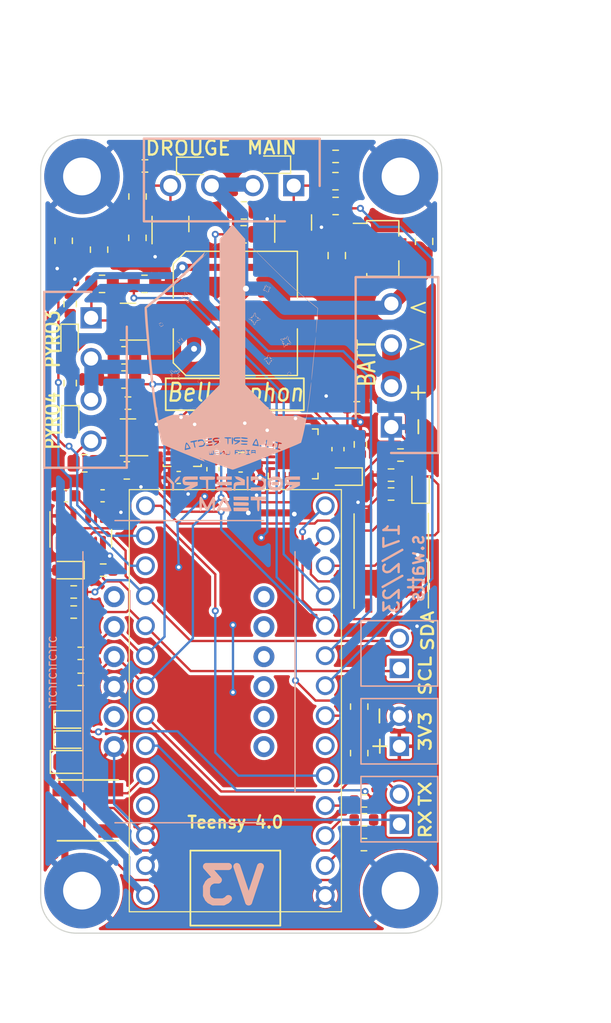
<source format=kicad_pcb>
(kicad_pcb (version 20211014) (generator pcbnew)
  (layers (0 "F.Cu" mixed) (31 "B.Cu" signal) (34 "B.Paste" user) (35 "F.Paste" user) (36 "B.SilkS" user "B.Silkscreen") (37 "F.SilkS" user "F.Silkscreen") (38 "B.Mask" user) (39 "F.Mask" user) (44 "Edge.Cuts" user))
  (net 0 "")
  (net 1 "GND")
  (net 2 "+5V")
  (net 3 "+3.3V")
  (net 4 "/CS")
  (net 5 "/MOSI")
  (net 6 "/SCK")
  (net 7 "Net-(J5-Pad1)")
  (net 8 "Net-(J5-Pad4)")
  (net 9 "/MISO")
  (net 10 "/BZR")
  (net 11 "BATT+")
  (net 12 "Net-(J6-Pad1)")
  (net 13 "Net-(J6-Pad4)")
  (net 14 "/CAP1")
  (net 15 "/RGB_BLU")
  (net 16 "/RGB_GRN")
  (net 17 "/RGB_RED")
  (net 18 "/PYRO_DROUGE")
  (net 19 "/DROUGE_TEST")
  (net 20 "/PYRO_MAIN")
  (net 21 "/MAIN_TEST")
  (net 22 "Net-(Q2-Pad1)")
  (net 23 "Net-(Q3-Pad1)")
  (net 24 "Net-(Q4-Pad1)")
  (net 25 "/RX1")
  (net 26 "/TX1")
  (net 27 "Net-(Q1-Pad1)")
  (net 33 "/PYRO_3")
  (net 34 "/PYRO_4")
  (net 35 "/PYRO_3_TEST")
  (net 36 "/PYRO_4_TEST")
  (net 38 "SCL1")
  (net 39 "SDA1")
  (net 54 "Net-(D4-Pad1)")
  (net 55 "Net-(D4-Pad2)")
  (net 56 "Net-(D5-Pad1)")
  (net 57 "Net-(D1-Pad2)")
  (net 58 "Net-(D7-Pad1)")
  (net 59 "/batt_in")
  (net 60 "Net-(D9-Pad2)")
  (net 61 "Net-(R5-Pad2)")
  (net 62 "Net-(R24-Pad2)")
  (net 63 "Net-(D3-Pad2)")
  (net 64 "Net-(D2-Pad2)")
  (net 65 "Net-(D9-Pad1)")
  (net 66 "Net-(D6-Pad1)")
  (net 67 "Net-(D6-Pad2)")
  (net 68 "Net-(D8-Pad1)")
  (net 69 "Net-(D8-Pad2)")
  (net 70 "Net-(D10-Pad1)")
  (net 71 "Net-(D10-Pad2)")
  (net 72 "Net-(D11-Pad1)")
  (net 73 "SDA0")
  (net 74 "SCL0")
  (net 75 "Net-(D11-Pad2)")
  (footprint "Capacitor_SMD:C_0805_2012Metric" (layer "F.Cu") (at 236 80.4 -90)
    (fp_text reference "C2" hide)
    (fp_text value "1µF")
  )
  (footprint "MountingHole:MountingHole_3.2mm_M3_Pad" (layer "F.Cu") (at 234 135.4)
    (fp_text reference "H4" hide)
    (fp_text value "MountingHole_Pad" hide)
  )
  (footprint "MountingHole:MountingHole_3.2mm_M3_Pad" (layer "F.Cu") (at 234 74.900001)
    (fp_text reference "H1" hide)
    (fp_text value "MountingHole_Pad" hide)
  )
  (footprint "LED_SMD:LED_0603_1608Metric" (layer "F.Cu") (at 229.275 100.325 180)
    (fp_text reference "D9" hide)
    (fp_text value "G_LED")
  )
  (footprint "Capacitor_SMD:C_0603_1608Metric" (layer "F.Cu") (at 228.7 98 90)
    (fp_text reference "C9" hide)
    (fp_text value "100nF")
  )
  (footprint "Resistor_SMD:R_0603_1608Metric" (layer "F.Cu") (at 206.9 117.5)
    (fp_text reference "R8" hide)
    (fp_text value "10k")
  )
  (footprint "Resistor_SMD:R_0805_2012Metric" (layer "F.Cu") (at 210.6 92.1)
    (fp_text reference "R27" hide)
    (fp_text value "470")
  )
  (footprint "Resistor_SMD:R_0603_1608Metric" (layer "F.Cu") (at 230.9 129.4 180)
    (fp_text reference "R2" hide)
    (fp_text value "22")
  )
  (footprint "Capacitor_SMD:C_0805_2012Metric" (layer "F.Cu") (at 228.6 81.6 -90)
    (fp_text reference "C3" hide)
    (fp_text value "1µF")
  )
  (footprint "Package_LGA:NXP_LGA-8_3x5mm_P1.25mm_H1.1mm" (layer "F.Cu") (at 206.9 104.8 -90)
    (fp_text reference "U3" hide)
    (fp_text value "MPL3115A2")
  )
  (footprint "Resistor_SMD:R_0603_1608Metric" (layer "F.Cu") (at 230.9 127.8 180)
    (fp_text reference "R3" hide)
    (fp_text value "15")
  )
  (footprint "Resistor_SMD:R_0603_1608Metric" (layer "F.Cu") (at 206.3 110.1 180)
    (fp_text reference "R10" hide)
    (fp_text value "4.7k")
  )
  (footprint "Resistor_SMD:R_0603_1608Metric" (layer "F.Cu") (at 206.9 115.3)
    (fp_text reference "R7" hide)
    (fp_text value "10k")
  )
  (footprint "LED_SMD:LED_0603_1608Metric" (layer "F.Cu") (at 205.7 108.25 180)
    (fp_text reference "D5" hide)
    (fp_text value "G_LED")
  )
  (footprint "Resistor_SMD:R_0805_2012Metric" (layer "F.Cu") (at 211.7 80.1 90)
    (fp_text reference "R19" hide)
    (fp_text value "470")
  )
  (footprint "LED_SMD:LED_0603_1608Metric" (layer "F.Cu") (at 235.7 101.1 90)
    (fp_text reference "D7" hide)
    (fp_text value "G_LED")
  )
  (footprint "LED_SMD:LED_0603_1608Metric" (layer "F.Cu") (at 206.1 120.9)
    (fp_text reference "D3" hide)
    (fp_text value "B_LED")
  )
  (footprint "Resistor_SMD:R_0805_2012Metric" (layer "F.Cu") (at 205.45 80.35 -90)
    (fp_text reference "R25" hide)
    (fp_text value "49.9k")
  )
  (footprint "Resistor_SMD:R_0603_1608Metric" (layer "F.Cu") (at 220.7 97.2)
    (fp_text reference "R6" hide)
    (fp_text value "22")
  )
  (footprint "Resistor_SMD:R_0603_1608Metric" (layer "F.Cu") (at 233.2 101.8 180)
    (fp_text reference "R22" hide)
    (fp_text value "22")
  )
  (footprint "Resistor_SMD:R_0805_2012Metric" (layer "F.Cu") (at 212.3 84 180)
    (fp_text reference "R28" hide)
    (fp_text value "49.9k")
  )
  (footprint "Resistor_SMD:R_0603_1608Metric" (layer "F.Cu") (at 210.9 94.1)
    (fp_text reference "R5" hide)
    (fp_text value "10k")
  )
  (footprint "Resistor_SMD:R_0603_1608Metric" (layer "F.Cu") (at 230.6 97.6 -90)
    (fp_text reference "R23" hide)
    (fp_text value "10k")
  )
  (footprint "Capacitor_SMD:C_0603_1608Metric" (layer "F.Cu") (at 215.2 100.4 180)
    (fp_text reference "C5" hide)
    (fp_text value "100nF")
  )
  (footprint "Resistor_SMD:R_0805_2012Metric" (layer "F.Cu") (at 207.2 99.2)
    (fp_text reference "R35" hide)
    (fp_text value "100k")
  )
  (footprint "Resistor_SMD:R_0603_1608Metric" (layer "F.Cu") (at 208.8 108.25)
    (fp_text reference "R11" hide)
    (fp_text value "22")
  )
  (footprint "Resistor_SMD:R_0603_1608Metric" (layer "F.Cu") (at 206 85.7 90)
    (fp_text reference "R31" hide)
    (fp_text value "220")
  )
  (footprint "Package_TO_SOT_SMD:SOT-23" (layer "F.Cu") (at 214.5 78.925 90)
    (fp_text reference "Q2" hide)
    (fp_text value "SPP3414S23RG")
  )
  (footprint "Capacitor_SMD:C_0603_1608Metric" (layer "F.Cu") (at 218.1 99.7 -90)
    (fp_text reference "C4" hide)
    (fp_text value "100nF")
  )
  (footprint "Resistor_SMD:R_0805_2012Metric" (layer "F.Cu") (at 208.7 84 180)
    (fp_text reference "R30" hide)
    (fp_text value "100k")
  )
  (footprint "Buzzer:YUEXIN YX-SMD5020" (layer "F.Cu") (at 207.7 134.6 180)
    (fp_text reference "BZ1" hide)
    (fp_text value "Buzzer")
  )
  (footprint "LED_SMD:LED_0603_1608Metric" (layer "F.Cu") (at 206 95.8 -90)
    (fp_text reference "D11" hide)
    (fp_text value "G_LED")
  )
  (footprint "Resistor_SMD:R_0805_2012Metric" (layer "F.Cu") (at 230.5 119.8125 90)
    (fp_text reference "R33" hide)
    (fp_text value "470")
  )
  (footprint "Resistor_SMD:R_0603_1608Metric" (layer "F.Cu") (at 230.9 131.5 180)
    (fp_text reference "R1" hide)
    (fp_text value "49.9")
  )
  (footprint "Resistor_SMD:R_0805_2012Metric" (layer "F.Cu") (at 210.8 99.8)
    (fp_text reference "R36" hide)
    (fp_text value "49.9k")
  )
  (footprint "Resistor_SMD:R_0603_1608Metric" (layer "F.Cu") (at 230.3 94.5 180)
    (fp_text reference "R24" hide)
    (fp_text value "10k")
  )
  (footprint "Package_TO_SOT_SMD:SOT-23" (layer "F.Cu") (at 210.9 87.2 180)
    (fp_text reference "Q3" hide)
    (fp_text value "SPP3414S23RG")
  )
  (footprint "Resistor_SMD:R_0603_1608Metric" (layer "F.Cu") (at 228.5 73.2)
    (fp_text reference "R16" hide)
    (fp_text value "220")
  )
  (footprint "Resistor_SMD:R_0805_2012Metric" (layer "F.Cu") (at 230.5 123.75 90)
    (fp_text reference "R32" hide)
    (fp_text value "470")
  )
  (footprint "Capacitor_SMD:C_Elec_10x10.2" (layer "F.Cu") (at 220 86.5)
    (fp_text reference "C1" hide)
    (fp_text value "1000uF")
  )
  (footprint "Resistor_SMD:R_0805_2012Metric" (layer "F.Cu") (at 211.71 76.6 -90)
    (fp_text reference "R21" hide)
    (fp_text value "100k")
  )
  (footprint "XTSD:LGA8_8X6" (layer "F.Cu") (at 233.2153 107.45 -90)
    (fp_text reference "U7" hide)
    (fp_text value "XTSD04GCLGEGA")
  )
  (footprint "LED_SMD:LED_0603_1608Metric" (layer "F.Cu") (at 223.2 73.9 180)
    (fp_text reference "D6" hide)
    (fp_text value "G_LED")
  )
  (footprint "Capacitor_SMD:C_0603_1608Metric" (layer "F.Cu") (at 208.75 101.95)
    (fp_text reference "C6" hide)
    (fp_text value "100nF")
  )
  (footprint "MountingHole:MountingHole_3.2mm_M3_Pad" (layer "F.Cu") (at 207 74.900001)
    (fp_text reference "H2" hide)
    (fp_text value "MountingHole_Pad" hide)
  )
  (footprint "MountingHole:MountingHole_3.2mm_M3_Pad" (layer "F.Cu") (at 207 135.4)
    (fp_text reference "H3" hide)
    (fp_text value "MountingHole_Pad" hide)
  )
  (footprint "Resistor_SMD:R_0603_1608Metric" (layer "F.Cu") (at 233.2 100.2)
    (fp_text reference "R18" hide)
    (fp_text value "10k")
  )
  (footprint "Resistor_SMD:R_0805_2012Metric" (layer "F.Cu") (at 220.7 79.8)
    (fp_text reference "R14" hide)
    (fp_text value "470")
  )
  (footprint "Capacitor_SMD:C_0603_1608Metric" (layer "F.Cu") (at 220.45 100.45 180)
    (fp_text reference "C8" hide)
    (fp_text value "100nF")
  )
  (footprint "Resistor_SMD:R_0603_1608Metric" (layer "F.Cu") (at 220.5 98.8)
    (fp_text reference "R4" hide)
    (fp_text value "10k")
  )
  (footprint "teensy:Teensy40" (layer "F.Cu") (at 220 119.30882 90)
    (fp_text reference "U5")
    (fp_text value "Teensy4.0")
  )
  (footprint "Resistor_SMD:R_0603_1608Metric" (layer "F.Cu") (at 206.3 111.8 180)
    (fp_text reference "R9" hide)
    (fp_text value "4.7k")
  )
  (footprint "Resistor_SMD:R_0805_2012Metric" (layer "F.Cu") (at 210.6 90.05 180)
    (fp_text reference "R29" hide)
    (fp_text value "470")
  )
  (footprint "Package_TO_SOT_SMD:SOT-89-3" (layer "F.Cu") (at 232.2 81)
    (fp_text reference "U1" hide)
    (fp_text value "HT7350-A")
  )
  (footprint "Package_TO_SOT_SMD:SOT-23" (layer "F.Cu") (at 210.9 97 180)
    (fp_text reference "Q4" hide)
    (fp_text value "SPP3414S23RG")
  )
  (footprint "LED_SMD:LED_0805_2012Metric" (layer "F.Cu") (at 206 124.5)
    (fp_text reference "D1" hide)
    (fp_text value "R_LED")
  )
  (footprint "Package_TO_SOT_SMD:SOT-23" (layer "F.Cu") (at 224.9 78.8 90)
    (fp_text reference "Q1" hide)
    (fp_text value "SPP3414S23RG")
  )
  (footprint "LED_SMD:LED_0603_1608Metric" (layer "F.Cu") (at 218.15 96.6 -90)
    (fp_text reference "D4" hide)
    (fp_text value "G_LED")
  )
  (footprint "Resistor_SMD:R_0805_2012Metric" (layer "F.Cu") (at 208.45 81.1 90)
    (fp_text reference "R17" hide)
    (fp_text value "470")
  )
  (footprint "LED_SMD:LED_0603_1608Metric" (layer "F.Cu") (at 216.5 74)
    (fp_text reference "D8" hide)
    (fp_text value "G_LED")
  )
  (footprint "Resistor_SMD:R_0805_2012Metric" (layer "F.Cu") (at 228.5 77.4)
    (fp_text reference "R13" hide)
    (fp_text value "49.9k")
  )
  (footprint "Resistor_SMD:R_0805_2012Metric" (layer "F.Cu") (at 220.725 77.775 180)
    (fp_text reference "R12" hide)
    (fp_text value "470")
  )
  (footprint "Package_LGA:LGA-14_3x2.5mm_P0.5mm_LayoutBorder3x4y" (layer "F.Cu") (at 215.5 98.1)
    (fp_text reference "U2" hide)
    (fp_text value "LSM6DS3")
  )
  (footprint "Capacitor_SMD:C_0603_1608Metric" (layer "F.Cu") (at 205.65 101.95 180)
    (fp_text reference "C7" hide)
    (fp_text value "100nF")
  )
  (footprint "Resistor_SMD:R_0805_2012Metric" (layer "F.Cu") (at 228.4875 75.3 180)
    (fp_text reference "R15" hide)
    (fp_text value "100k")
  )
  (footprint "LED_SMD:LED_0603_1608Metric" (layer "F.Cu") (at 206.1 122.6)
    (fp_text reference "D2" hide)
    (fp_text value "G_LED")
  )
  (footprint "Package_DFN_QFN:QFN-24-1EP_4x4mm_P0.5mm_EP2.6x2.6mm" (layer "F.Cu") (at 224.9 98.4)
    (fp_text reference "U6" hide)
    (fp_text value "AIS3624DQ")
  )
  (footprint "Resistor_SMD:R_0603_1608Metric" (layer "F.Cu") (at 212.34 74.01 180)
    (fp_text reference "R20" hide)
    (fp_text value "220")
  )
  (footprint "LED_SMD:LED_0603_1608Metric" (layer "F.Cu") (at 205.95 88.9 -90)
    (fp_text reference "D10" hide)
    (fp_text value "G_LED")
  )
  (footprint "Resistor_SMD:R_0603_1608Metric" (layer "F.Cu") (at 206 92.4 90)
    (fp_text reference "R34" hide)
    (fp_text value "220")
  )
  (footprint "Resistor_SMD:R_0603_1608Metric" (layer "F.Cu") (at 234 98.5)
    (fp_text reference "R26" hide)
    (fp_text value "22")
  )
  (footprint "logo:logo" (layer "B.Cu") (at 219.7 91 180)
    (fp_text reference "G***" hide)
    (fp_text value "LOGO" hide)
  )
  (footprint "RS-Components:CONN_282834-2" (layer "B.Cu") (at 233.9 115.3 90)
    (fp_text reference "J3" hide)
    (fp_text value "Screw_Terminal_01x02")
  )
  (footprint "RS-Components:screw_terminal_3.5mm_4_pin" (layer "B.Cu") (at 237.2 97.875 90)
    (fp_text reference "J1" hide)
    (fp_text value "Screw_Terminal_01x04")
  )
  (footprint "RS-Components:screw_terminal_3.5mm_4_pin" (layer "B.Cu") (at 226.7 71.7 180)
    (fp_text reference "J5" hide)
    (fp_text value "Screw_Terminal_01x04")
  )
  (footprint "RS-Components:CONN_282834-2" (layer "B.Cu") (at 233.9 121.9 90)
    (fp_text reference "J4" hide)
    (fp_text value "Screw_Terminal_01x02")
  )
  (footprint "RS-Components:screw_terminal_3.5mm_4_pin" (layer "B.Cu") (at 203.8 85.125 -90)
    (fp_text reference "J6" hide)
    (fp_text value "Screw_Terminal_01x04")
  )
  (footprint "Adafruit:ICM20946-B25.4x17.78mm-2X06_ROUND-P2.54mm" (layer "B.Cu") (at 229.3 118.646038 90)
    (fp_text reference "U4" hide)
    (fp_text value "Adafruit_ICM20948")
  )
  (footprint "RS-Components:CONN_282834-2" (layer "B.Cu") (at 233.9 128.5 90)
    (fp_text reference "J2" hide)
    (fp_text value "Screw_Terminal_01x02")
  )
  (gr_rect (start 225.8075 94.7) (end 214.1 92) (layer "F.SilkS") (width 0.15) (fill none))
  (gr_line (start 234.5 71.4) (end 206.5 71.4) (layer "Edge.Cuts") (width 0.1))
  (gr_arc (start 234.5 71.4) (mid 236.621321 72.278679) (end 237.5 74.4) (layer "Edge.Cuts") (width 0.1))
  (gr_arc (start 203.5 74.4) (mid 204.37868 72.27868) (end 206.5 71.4) (layer "Edge.Cuts") (width 0.1))
  (gr_line locked (start 237.5 136) (end 237.5 74.4) (layer "Edge.Cuts") (width 0.1))
  (gr_arc locked (start 206.5 139) (mid 204.37868 138.12132) (end 203.5 136) (layer "Edge.Cuts") (width 0.1))
  (gr_arc locked (start 237.5 136) (mid 236.62132 138.12132) (end 234.5 139) (layer "Edge.Cuts") (width 0.1))
  (gr_line locked (start 206.5 139) (end 234.5 139) (layer "Edge.Cuts") (width 0.1))
  (gr_line locked (start 203.5 74.4) (end 203.5 136) (layer "Edge.Cuts") (width 0.1))
  (gr_text "V3\n" (at 219.7 135) (layer "B.SilkS") (effects (font (size 3 3) (thickness 0.6)) (justify mirror)))
  (gr_text "17/2/23\ns.watts" (at 234.3 108.1 90) (layer "B.SilkS") (effects (font (size 1.3 1.1) (thickness 0.2)) (justify mirror)))
  (gr_text "JLCJLCJLCJLC\n" (at 204.5 116.9 270) (layer "B.SilkS") (effects (font (size 0.6 0.6) (thickness 0.1)) (justify mirror)))
  (gr_text "PYRO4" (at 204.5 95.6 90) (layer "F.SilkS") (effects (font (size 1.2 1) (thickness 0.2))))
  (gr_text "3V3" (at 236.1 121.9 90) (layer "F.SilkS") (effects (font (size 1 1.2) (thickness 0.2))))
  (gr_text "PYRO3 " (at 204.5 88.3 90) (layer "F.SilkS") (effects (font (size 1.2 1) (thickness 0.2))))
  (gr_text "MAIN" (at 223.1 72.4) (layer "F.SilkS") (effects (font (size 1.2 1.2) (thickness 0.2))))
  (gr_text "-" (at 232.1 120.6 90) (layer "F.SilkS") (effects (font (size 1.5 1.5))))
  (gr_text "SCL" (at 236.1 117.2 90) (layer "F.SilkS") (effects (font (size 1 1.2) (thickness 0.2))))
  (gr_text "DROUGE\n" (at 216 72.5) (layer "F.SilkS") (effects (font (size 1.2 1.2) (thickness 0.2))))
  (gr_text "+" (at 232.25 123.05) (layer "F.SilkS") (effects (font (size 1.5 1.5))))
  (gr_text "+" (at 235.5 93.1) (layer "F.SilkS") (effects (font (size 1.5 1.5))))
  (gr_text "-" (at 235.4 96.1 90) (layer "F.SilkS") (effects (font (size 1.5 1.5))))
  (gr_text "<\n" (at 235.5 85.9) (layer "F.SilkS") (effects (font (size 1.5 1.5))))
  (gr_text "Bellerophon\n" (at 220 93.2) (layer "F.SilkS") (effects (font (size 1.5 1.3) (thickness 0.2) italic)))
  (gr_text ">" (at 235.4 89) (layer "F.SilkS") (effects (font (size 1.5 1.5))))
  (gr_text "RX" (at 236.1 129.8 90) (layer "F.SilkS") (effects (font (size 1 1.2) (thickness 0.2))))
  (gr_text "TX" (at 236.1 127.2 90) (layer "F.SilkS") (effects (font (size 1 1.2) (thickness 0.2))))
  (gr_text "SDA\n" (at 236.3 113.4 90) (layer "F.SilkS") (effects (font (size 1 1.2) (thickness 0.2))))
  (gr_text "BATT" (at 231.1 90.7 90) (layer "F.SilkS") (effects (font (size 1.5 1.2) (thickness 0.2))))
  (segment (start 222.5 101.7) (end 223.8 101.7) (width 0.2) (layer "F.Cu") (net 1))
  (segment (start 230.7375 124.6625) (end 232.3 123.1) (width 0.2) (layer "F.Cu") (net 1))
  (segment (start 214.3375 97.85) (end 215.25 97.85) (width 0.2) (layer "F.Cu") (net 1))
  (segment (start 205.3125 121) (end 205.3125 120.4875) (width 0.2) (layer "F.Cu") (net 1))
  (segment (start 221.525 97.2) (end 221.525 96.525) (width 0.2) (layer "F.Cu") (net 1))
  (segment (start 205.1 126.397) (end 205.553 126.85) (width 0.2) (layer "F.Cu") (net 1))
  (segment (start 211.7125 99.8) (end 211.7125 100.9125) (width 0.2) (layer "F.Cu") (net 1))
  (segment (start 234.825 97.6) (end 233.2 95.975) (width 0.2) (layer "F.Cu") (net 1))
  (segment (start 213.3 95.9) (end 212.6 95.2) (width 0.2) (layer "F.Cu") (net 1))
  (segment (start 209.625 107.325) (end 209.625 108.25) (width 0.2) (layer "F.Cu") (net 1))
  (segment (start 205.45 81.2625) (end 205.45 82.15) (width 0.2) (layer "F.Cu") (net 1))
  (segment (start 213.3 97.7) (end 213.45 97.85) (width 0.2) (layer "F.Cu") (net 1))
  (segment (start 221.525 97.821131) (end 221.525 97.2) (width 0.2) (layer "F.Cu") (net 1))
  (segment (start 215.975 100.4) (end 215.975 101.775) (width 0.2) (layer "F.Cu") (net 1))
  (segment (start 221.8 101.9) (end 222 101.7) (width 0.2) (layer "F.Cu") (net 1))
  (segment (start 210.3 102.725) (end 210.3 104.6) (width 0.2) (layer "F.Cu") (net 1))
  (segment (start 215.25 97.85) (end 215.5 98.1) (width 0.2) (layer "F.Cu") (net 1))
  (segment (start 211.7125 100.9125) (end 212 101.2) (width 0.2) (layer "F.Cu") (net 1))
  (segment (start 210.3 104.6) (end 210.2 104.7) (width 0.2) (layer "F.Cu") (net 1))
  (segment (start 236.15 112.25) (end 236.15 107.65) (width 0.2) (layer "F.Cu") (net 1))
  (segment (start 234.825 98.5) (end 234.825 97.6) (width 0.2) (layer "F.Cu") (net 1))
  (segment (start 209.35 107.05) (end 209.625 107.325) (width 0.2) (layer "F.Cu") (net 1))
  (segment (start 222 101.7) (end 222.5 101.7) (width 0.2) (layer "F.Cu") (net 1))
  (segment (start 208.543936 119.3) (end 209.723949 118.119987) (width 0.2) (layer "F.Cu") (net 1))
  (segment (start 206.275 103.35) (end 204.875 101.95) (width 0.2) (layer "F.Cu") (net 1))
  (segment (start 205.3125 122.7) (end 205.3125 124.4) (width 0.2) (layer "F.Cu") (net 1))
  (segment (start 232.3 122.23) (end 233.9 120.63) (width 0.2) (layer "F.Cu") (net 1))
  (segment (start 215.5 98.1) (end 215.5 99.0125) (width 0.2) (layer "F.Cu") (net 1))
  (segment (start 218.125 100.45) (end 218.1 100.475) (width 0.2) (layer "F.Cu") (net 1))
  (segment (start 221.525 96.525) (end 220.8 95.8) (width 0.2) (layer "F.Cu") (net 1))
  (segment (start 232.3 123.1) (end 232.3 122.23) (width 0.2) (layer "F.Cu") (net 1))
  (segment (start 213.45 97.85) (end 214.3375 97.85) (width 0.2) (layer "F.Cu") (net 1))
  (segment (start 221.1 103.4) (end 224.9 103.4) (width 0.6) (layer "F.Cu") (net 1))
  (segment (start 210.075 92.4875) (end 209.6875 92.1) (width 0.2) (layer "F.Cu") (net 1))
  (segment (start 205.3125 120.4875) (end 206.5 119.3) (width 0.2) (layer "F.Cu") (net 1))
  (segment (start 222.9 99.6625) (end 222.9 101.3) (width 0.2) (layer "F.Cu") (net 1))
  (segment (start 222.3625 78.5) (end 221.6375 77.775) (width 0.2) (layer "F.Cu") (net 1))
  (segment (start 231.3103 102.8647) (end 230.7647 102.8647) (width 0.2) (layer "F.Cu") (net 1))
  (segment (start 205.1 124.5125) (end 205.1 126.397) (width 0.2) (layer "F.Cu") (net 1))
  (segment (start 230.7647 102.8647) (end 230.4 102.5) (width 0.2) (layer "F.Cu") (net 1))
  (segment (start 227.7 94.9) (end 227.7 93.5) (width 0.2) (layer "F.Cu") (net 1))
  (segment (start 206.5 119.3) (end 208.543936 119.3) (width 0.2) (layer "F.Cu") (net 1))
  (segment (start 215.975 101.775) (end 216 101.8) (width 0.2) (layer "F.Cu") (net 1))
  (segment (start 231.3103 102.8647) (end 232.375 101.8) (width 0.2) (layer "F.Cu") (net 1))
  (segment (start 228.7 97.225) (end 228.7 95.9) (width 0.2) (layer "F.Cu") (net 1))
  (segment (start 206.275 103.65) (end 206.275 103.35) (width 0.2) (layer "F.Cu") (net 1))
  (segment (start 219.675 100.45) (end 218.125 100.45) (width 0.2) (layer "F.Cu") (net 1))
  (segment (start 214.3375 98.35) (end 214.3375 97.85) (width 0.2) (layer "F.Cu") (net 1))
  (segment (start 206.6 104.7) (end 206.275 104.375) (width 0.2) (layer "F.Cu") (net 1))
  (segment (start 236.15 107.65) (end 235.45 106.95) (width 0.2) (layer "F.Cu") (net 1))
  (segment (start 224.65 100.85) (end 224.65 100.3875) (width 0.2) (layer "F.Cu") (net 1))
  (segment (start 221.125 101.9) (end 219.675 100.45) (width 0.2) (layer "F.Cu") (net 1))
  (segment (start 216 99.0125) (end 215.5 99.0125) (width 0.2) (layer "F.Cu") (net 1))
  (segment (start 235.4 113) (end 236.15 112.25) (width 0.2) (layer "F.Cu") (net 1))
  (segment (start 206.525 92.1) (end 206 91.575) (width 0.2) (layer "F.Cu") (net 1))
  (segment (start 222.7 78.5) (end 222.3625 78.5) (width 0.2) (layer "F.Cu") (net 1))
  (segment (start 210.075 94.775) (end 210.075 94.1) (width 0.2) (layer "F.Cu") (net 1))
  (segment (start 223.8 101.7) (end 224.65 100.85) (width 0.2) (layer "F.Cu") (net 1))
  (segment (start 212.6 95.2) (end 210.5 95.2) (width 0.2) (layer "F.Cu") (net 1))
  (segment (start 222.9 101.3) (end 222.5 101.7) (width 0.2) (layer "F.Cu") (net 1))
  (segment (start 209.525 101.95) (end 210.3 102.725) (width 0.2) (layer "F.Cu") (net 1))
  (segment (start 221.8 101.9) (end 221.125 101.9) (width 0.2) (layer "F.Cu") (net 1))
  (segment (start 231.3103 103.65) (end 231.3103 102.8647) (width 0.2) (layer "F.Cu") (net 1))
  (segment (start 205.3125 121) (end 205.3125 122.7) (width 0.2) (layer "F.Cu") (net 1))
  (segment (start 224.9 103.4) (end 225 103.5) (width 0.6) (layer "F.Cu") (net 1))
  (segment (start 205.45 82.15) (end 204.9 82.7) (width 0.2) (layer "F.Cu") (net 1))
  (segment (start 213.3 95.9) (end 213.3 97.7) (width 0.2) (layer "F.Cu") (net 1))
  (segment (start 222.353869 98.65) (end 221.525 97.821131) (width 0.2) (layer "F.Cu") (net 1))
  (segment (start 206.275 104.375) (end 206.275 103.65) (width 0.2) (layer "F.Cu") (net 1))
  (segment (start 210.5 95.2) (end 210.075 94.775) (width 0.2) (layer "F.Cu") (net 1))
  (segment (start 210.2 104.7) (end 206.6 104.7) (width 0.2) (layer "F.Cu") (net 1))
  (segment (start 205.553 133.953) (end 207 135.4) (width 0.6) (layer "F.Cu") (net 1))
  (segment (start 228.7 95.9) (end 227.7 94.9) (width 0.2) (layer "F.Cu") (net 1))
  (segment (start 210.075 94.1) (end 210.075 92.4875) (width 0.2) (layer "F.Cu") (net 1))
  (segment (start 205.3125 124.3) (end 205.1 124.5125) (width 0.2) (layer "F.Cu") (net 1))
  (segment (start 222.9125 98.65) (end 222.353869 98.65) (width 0.2) (layer "F.Cu") (net 1))
  (segment (start 216 99.0125) (end 216 100.225) (width 0.2) (layer "F.Cu") (net 1))
  (segment (start 205.553 127.15) (end 205.553 133.953) (width 0.6) (layer "F.Cu") (net 1))
  (segment (start 225.15 100.3875) (end 224.15 100.3875) (width 0.2) (layer "F.Cu") (net 1))
  (segment (start 209.6875 92.1) (end 206.525 92.1) (width 0.2) (layer "F.Cu") (net 1))
  (segment (start 230.5 124.6625) (end 230.7375 124.6625) (width 0.2) (layer "F.Cu") (net 1))
  (segment (start 222.9125 99.65) (end 222.9 99.6625) (width 0.2) (layer "F.Cu") (net 1))
  (via (at 220.8 95.8) (size 0.6) (drill 0.3) (layers "F.Cu" "B.Cu") (net 1))
  (via (at 222.7 78.5) (size 0.6) (drill 0.3) (layers "F.Cu" "B.Cu") (net 1))
  (via (at 204.9 82.7) (size 0.6) (drill 0.3) (layers "F.Cu" "B.Cu") (net 1))
  (via (at 216 101.8) (size 0.6) (drill 0.3) (layers "F.Cu" "B.Cu") (net 1))
  (via (at 235.4 113) (size 0.6) (drill 0.3) (layers "F.Cu" "B.Cu") (net 1))
  (via (at 230.4 102.5) (size 0.6) (drill 0.3) (layers "F.Cu" "B.Cu") (net 1))
  (via (at 221.8 101.9) (size 0.6) (drill 0.3) (layers "F.Cu" "B.Cu") (net 1))
  (via (at 206.4 83.6) (size 0.6) (drill 0.3) (layers "F.Cu" "B.Cu") (net 1))
  (via (at 227.3 79.2) (size 0.6) (drill 0.3) (layers "F.Cu" "B.Cu") (net 1))
  (via (at 210.3 103.35) (size 0.6) (drill 0.3) (layers "F.Cu" "B.Cu") (net 1))
  (via (at 225 103.5) (size 0.8) (drill 0.4) (layers "F.Cu" "B.Cu") (net 1))
  (via (at 213.2 81.7) (size 0.6) (drill 0.3) (layers "F.Cu" "B.Cu") (net 1))
  (via (at 227.7 93.5) (size 0.6) (drill 0.3) (layers "F.Cu" "B.Cu") (net 1))
  (via (at 212 101.2) (size 0.6) (drill 0.3) (layers "F.Cu" "B.Cu") (net 1))
  (via (at 213.3 95.9) (size 0.6) (drill 0.3) (layers "F.Cu" "B.Cu") (net 1))
  (via (at 221.1 103.4) (size 0.8) (drill 0.4) (layers "F.Cu" "B.Cu") (net 1))
  (via (at 209.35 107.05) (size 0.6) (drill 0.3) (layers "F.Cu" "B.Cu") (net 1))
  (via (at 235.45 106.95) (size 0.6) (drill 0.3) (layers "F.Cu" "B.Cu") (net 1))
  (segment (start 228.5625 82.6) (end 228.6 82.6375) (width 0.6) (layer "F.Cu") (net 2))
  (segment (start 215.5 82.6) (end 228.5625 82.6) (width 0.6) (layer "F.Cu") (net 2))
  (segment (start 230.55 82.5) (end 228.7375 82.5) (width 0.6) (layer "F.Cu") (net 2))
  (via (at 215.5 82.6) (size 1) (drill 0.5) (layers "F.Cu" "B.Cu") (net 2))
  (segment (start 215.5 82.6) (end 214.8 83.3) (width 0.6) (layer "B.Cu") (net 2))
  (segment (start 204.1 87.4) (end 204.1 125.9) (width 0.6) (layer "B.Cu") (net 2))
  (segment (start 210.8 134.23882) (end 212.38 135.81882) (width 0.6) (layer "B.Cu") (net 2))
  (segment (start 208.2 83.3) (end 204.1 87.4) (width 0.6) (layer "B.Cu") (net 2))
  (segment (start 210.8 132.6) (end 210.8 134.23882) (width 0.6) (layer "B.Cu") (net 2))
  (segment (start 204.1 125.9) (end 210.8 132.6) (width 0.6) (layer "B.Cu") (net 2))
  (segment (start 214.8 83.3) (end 208.2 83.3) (width 0.6) (layer "B.Cu") (net 2))
  (segment (start 228.125 99.15) (end 228.5 98.775) (width 0.2) (layer "F.Cu") (net 3))
  (segment (start 226.8875 99.15) (end 228.125 99.15) (width 0.2) (layer "F.Cu") (net 3))
  (segment (start 208.775 103.65) (end 208.775 102.75) (width 0.2) (layer "F.Cu") (net 3))
  (segment (start 215 99.825) (end 214.425 100.4) (width 0.2) (layer "F.Cu") (net 3))
  (segment (start 218.025 98.85) (end 218.0875 98.9125) (width 0.2) (layer "F.Cu") (net 3))
  (segment (start 208.775 102.75) (end 207.975 101.95) (width 0.2) (layer "F.Cu") (net 3))
  (segment (start 221.475 100.4) (end 221.475 98.95) (width 0.2) (layer "F.Cu") (net 3))
  (segment (start 221.675 99.15) (end 222.9125 99.15) (width 0.2) (layer "F.Cu") (net 3))
  (segment (start 226.8875 99.15) (end 226.8875 99.65) (width 0.2) (layer "F.Cu") (net 3))
  (segment (start 215 99.0125) (end 215 99.825) (width 0.2) (layer "F.Cu") (net 3))
  (segment (start 218.0875 98.9125) (end 218.1 98.925) (width 0.2) (layer "F.Cu") (net 3))
  (segment (start 221.475 98.95) (end 221.675 99.15) (width 0.2) (layer "F.Cu") (net 3))
  (segment (start 216.6625 98.85) (end 218.025 98.85) (width 0.2) (layer "F.Cu") (net 3))
  (via (at 225.1 95.4) (size 0.6) (drill 0.3) (layers "F.Cu" "B.Cu") (net 3))
  (via (at 219.8 112.9) (size 0.6) (drill 0.3) (layers "F.Cu" "B.Cu") (net 3))
  (via (at 215.2 108) (size 0.6) (drill 0.3) (layers "F.Cu" "B.Cu") (net 3))
  (via (at 222.1 100.4) (size 0.6) (drill 0.3) (layers "F.Cu" "B.Cu") (net 3))
  (via (at 219.8 118.6) (size 0.6) (drill 0.3) (layers "F.Cu" "B.Cu") (net 3))
  (via (at 217.4 102) (size 0.6) (drill 0.3) (layers "F.Cu" "B.Cu") (net 3))
  (via (at 230.6 95.7) (size 0.6) (drill 0.3) (layers "F.Cu" "B.Cu") (net 3))
  (via (at 222.7 96.4) (size 0.6) (drill 0.3) (layers "F.Cu" "B.Cu") (net 3))
  (via (at 222.2 105.5) (size 0.6) (drill 0.3) (layers "F.Cu" "B.Cu") (net 3))
  (segment (start 230.3 95.4) (end 230.6 95.7) (width 0.2) (layer "B.Cu") (net 3))
  (segment (start 209.723949 128.082769) (end 209.723949 123.199987) (width 0.2) (layer "B.Cu") (net 3))
  (segment (start 212.38 130.73882) (end 209.723949 128.082769) (width 0.2) (layer "B.Cu") (net 3))
  (segment (start 222.2 105.5) (end 222.7 105) (width 0.2) (layer "B.Cu") (net 3))
  (segment (start 225.1 95.4) (end 230.3 95.4) (width 0.2) (layer "B.Cu") (net 3))
  (segment (start 217.4 102) (end 215.1 104.3) (width 0.2) (layer "B.Cu") (net 3))
  (segment (start 222.7 100.4) (end 222.7 97.8) (width 0.2) (layer "B.Cu") (net 3))
  (segment (start 222.7 105) (end 222.7 100.4) (width 0.2) (layer "B.Cu") (net 3))
  (segment (start 219.8 118.6) (end 219.8 112.9) (width 0.2) (layer "B.Cu") (net 3))
  (segment (start 215.1 104.3) (end 215.2 108) (width 0.2) (layer "B.Cu") (net 3))
  (segment (start 222.1 100.4) (end 222.7 100.4) (width 0.2) (layer "B.Cu") (net 3))
  (segment (start 222.7 97.825) (end 222.7 96.4) (width 0.2) (layer "B.Cu") (net 3))
  (segment (start 236.9 105.3) (end 234.4 105.3) (width 0.2) (layer "F.Cu") (net 4))
  (segment (start 231.82118 107.87882) (end 227.62 107.87882) (width 0.2) (layer "F.Cu") (net 4))
  (segment (start 237.2 101) (end 237.2 105) (width 0.2) (layer "F.Cu") (net 4))
  (segment (start 235.7 100.3125) (end 236.5125 100.3125) (width 0.2) (layer "F.Cu") (net 4))
  (segment (start 234.4 105.3) (end 231.82118 107.87882) (width 0.2) (layer "F.Cu") (net 4))
  (segment (start 236.5125 100.3125) (end 237.2 101) (width 0.2) (layer "F.Cu") (net 4))
  (segment (start 237.2 105) (end 236.9 105.3) (width 0.2) (layer "F.Cu") (net 4))
  (segment (start 234.4 105.3) (end 233.8503 104.7503) (width 0.2) (layer "F.Cu") (net 4))
  (segment (start 234.025 100.2) (end 235.5875 100.2) (width 0.2) (layer "F.Cu") (net 4))
  (segment (start 233.8503 104.7503) (end 233.8503 103.65) (width 0.2) (layer "F.Cu") (net 4))
  (segment (start 235.5875 100.2) (end 235.7 100.3125) (width 0.2) (layer "F.Cu") (net 4))
  (segment (start 231.3103 111.25) (end 229.2603 109.2) (width 0.2) (layer "F.Cu") (net 5))
  (segment (start 229.2603 109.2) (end 227 109.2) (width 0.2) (layer "F.Cu") (net 5))
  (segment (start 227 109.2) (end 226.4 108.6) (width 0.2) (layer "F.Cu") (net 5))
  (segment (start 226.4 108.6) (end 226.4 106.55882) (width 0.2) (layer "F.Cu") (net 5))
  (segment (start 226.4 106.55882) (end 227.62 105.33882) (width 0.2) (layer "F.Cu") (net 5))
  (segment (start 230.2 104.9) (end 229.35 104.05) (width 0.2) (layer "F.Cu") (net 6))
  (segment (start 229.35 104.05) (end 226.970135 104.05) (width 0.2) (layer "F.Cu") (net 6))
  (segment (start 231.6303 104.9) (end 230.2 104.9) (width 0.2) (layer "F.Cu") (net 6))
  (segment (start 213.69882 102.79882) (end 212.38 102.79882) (width 0.2) (layer "F.Cu") (net 6))
  (segment (start 232.5803 103.95) (end 231.6303 104.9) (width 0.2) (layer "F.Cu") (net 6))
  (segment (start 226.970135 104.05) (end 226.720135 104.3) (width 0.2) (layer "F.Cu") (net 6))
  (segment (start 215.2 104.3) (end 213.69882 102.79882) (width 0.2) (layer "F.Cu") (net 6))
  (segment (start 226.720135 104.3) (end 215.2 104.3) (width 0.2) (layer "F.Cu") (net 6))
  (segment (start 232.5803 103.65) (end 232.5803 103.95) (width 0.2) (layer "F.Cu") (net 6))
  (segment (start 224.95 77.8125) (end 224.95 75.675) (width 0.2) (layer "F.Cu") (net 7))
  (segment (start 227.2 75.675) (end 224.95 75.675) (width 0.2) (layer "F.Cu") (net 7))
  (segment (start 227.575 75.3) (end 227.2 75.675) (width 0.2) (layer "F.Cu") (net 7))
  (segment (start 224.9 77.8625) (end 224.95 77.8125) (width 0.2) (layer "F.Cu") (net 7))
  (segment (start 211.71 75.6875) (end 211.7225 75.675) (width 0.2) (layer "F.Cu") (net 8))
  (segment (start 214.5 75.675) (end 214.5 77.9875) (width 0.2) (layer "F.Cu") (net 8))
  (segment (start 211.7225 75.675) (end 214.5 75.675) (width 0.2) (layer "F.Cu") (net 8))
  (segment (start 228.7 111.6) (end 229.5 112.4) (width 0.2) (layer "F.Cu") (net 9))
  (segment (start 225.7 105) (end 225.7 110.8) (width 0.2) (layer "F.Cu") (net 9))
  (segment (start 225.7 110.8) (end 226.5 111.6) (width 0.2) (layer "F.Cu") (net 9))
  (segment (start 226.5 111.6) (end 228.7 111.6) (width 0.2) (layer "F.Cu") (net 9))
  (segment (start 229.5 112.4) (end 231.7303 112.4) (width 0.2) (layer "F.Cu") (net 9))
  (segment (start 232.5803 111.55) (end 232.5803 111.25) (width 0.2) (layer "F.Cu") (net 9))
  (segment (start 231.7303 112.4) (end 232.5803 111.55) (width 0.2) (layer "F.Cu") (net 9))
  (via (at 225.7 105) (size 0.6) (drill 0.3) (layers "F.Cu" "B.Cu") (net 9))
  (segment (start 225.7 104.71882) (end 225.7 105) (width 0.2) (layer "B.Cu") (net 9))
  (segment (start 227.62 102.79882) (end 225.7 104.71882) (width 0.2) (layer "B.Cu") (net 9))
  (segment (start 210.88882 127.15) (end 212.38 125.65882) (width 0.2) (layer "F.Cu") (net 10))
  (segment (start 209.247 127.15) (end 210.88882 127.15) (width 0.2) (layer "F.Cu") (net 10))
  (segment (start 215.6 86.5) (end 218.8 86.5) (width 1.2) (layer "F.Cu") (net 11))
  (segment (start 230.6375 81) (end 235.5625 81) (width 1.2) (layer "F.Cu") (net 11))
  (segment (start 216.5 87.4) (end 215.6 86.5) (width 1.2) (layer "F.Cu") (net 11))
  (segment (start 216.5 89.5) (end 216.5 87.4) (width 1.2) (layer "F.Cu") (net 11))
  (segment (start 236 81.4375) (end 236 83.025) (width 1.2) (layer "F.Cu") (net 11))
  (segment (start 236 83.025) (end 233 86.025) (width 1.2) (layer "F.Cu") (net 11))
  (segment (start 218.8 86.5) (end 220.9 84.4) (width 1.2) (layer "F.Cu") (net 11))
  (segment (start 235.5625 81) (end 236 81.4375) (width 1.2) (layer "F.Cu") (net 11))
  (via (at 220.9 84.4) (size 1) (drill 0.5) (layers "F.Cu" "B.Cu") (net 11))
  (via (at 216.5 89.5) (size 1) (drill 0.5) (layers "F.Cu" "B.Cu") (net 11))
  (segment (start 207.7 90.4) (end 208.327 91.027) (width 1.2) (layer "B.Cu") (net 11))
  (segment (start 207.7 90.45) (end 207.7 90.4) (width 1.5) (layer "B.Cu") (net 11))
  (segment (start 222.6 84.4) (end 224.225 86.025) (width 1.2) (layer "B.Cu") (net 11))
  (segment (start 218.075 75.7) (end 220.5 78.125) (width 1.2) (layer "B.Cu") (net 11))
  (segment (start 220.5 78.125) (end 220.5 84) (width 1.2) (layer "B.Cu") (net 11))
  (segment (start 207.8 94.05) (end 207.8 90.55) (width 1.2) (layer "B.Cu") (net 11))
  (segment (start 208.327 91.027) (end 214.973 91.027) (width 1.2) (layer "B.Cu") (net 11))
  (segment (start 207.8 90.55) (end 207.7 90.45) (width 1.5) (layer "B.Cu") (net 11))
  (segment (start 221.4125 75.5875) (end 221.5 75.675) (width 1.5) (layer "B.Cu") (net 11))
  (segment (start 218.0875 75.5875) (end 221.4125 75.5875) (width 1.2) (layer "B.Cu") (net 11))
  (segment (start 220.9 84.4) (end 222.6 84.4) (width 1.2) (layer "B.Cu") (net 11))
  (segment (start 224.225 86.025) (end 233.2 86.025) (width 1.2) (layer "B.Cu") (net 11))
  (segment (start 220.5 84) (end 220.9 84.4) (width 1.2) (layer "B.Cu") (net 11))
  (segment (start 214.973 91.027) (end 216.5 89.5) (width 1.2) (layer "B.Cu") (net 11))
  (segment (start 209.8625 87.1) (end 207.8 87.1) (width 0.2) (layer "F.Cu") (net 12))
  (segment (start 209.9625 87.2) (end 209.8625 87.1) (width 0.2) (layer "F.Cu") (net 12))
  (segment (start 207.8 84.0125) (end 207.8 87.1) (width 0.2) (layer "F.Cu") (net 12))
  (segment (start 207.7875 84) (end 207.8 84.0125) (width 0.2) (layer "F.Cu") (net 12))
  (segment (start 207.8 97.05) (end 206.2875 98.5625) (width 0.2) (layer "F.Cu") (net 13))
  (segment (start 209.9125 97.05) (end 207.8 97.05) (width 0.2) (layer "F.Cu") (net 13))
  (segment (start 209.9625 97) (end 209.9125 97.05) (width 0.2) (layer "F.Cu") (net 13))
  (segment (start 206.2875 98.5625) (end 206.2875 99.2) (width 0.2) (layer "F.Cu") (net 13))
  (segment (start 207.525 103.65) (end 207.525 103.05) (width 0.2) (layer "F.Cu") (net 14))
  (segment (start 207.525 103.05) (end 206.425 101.95) (width 0.2) (layer "F.Cu") (net 14))
  (segment (start 230.075 128) (end 229.87618 128.19882) (width 0.2) (layer "F.Cu") (net 15))
  (segment (start 229.87618 128.19882) (end 227.62 128.19882) (width 0.2) (layer "F.Cu") (net 15))
  (segment (start 230.075 129.4) (end 228.95882 129.4) (width 0.2) (layer "F.Cu") (net 16))
  (segment (start 228.95882 129.4) (end 227.62 130.73882) (width 0.2) (layer "F.Cu") (net 16))
  (segment (start 229.49882 131.4) (end 227.62 133.27882) (width 0.2) (layer "F.Cu") (net 17))
  (segment (start 230.075 131.4) (end 229.49882 131.4) (width 0.2) (layer "F.Cu") (net 17))
  (segment (start 205 83.7) (end 205 92.35) (width 0.2) (layer "F.Cu") (net 18))
  (segment (start 211.7 81.0125) (end 209.275 81.0125) (width 0.2) (layer "F.Cu") (net 18))
  (segment (start 208.45 80.25) (end 205 83.7) (width 0.2) (layer "F.Cu") (net 18))
  (segment (start 209.275 81.0125) (end 208.45 80.1875) (width 0.2) (layer "F.Cu") (net 18))
  (segment (start 208.45 80.1875) (end 208.45 80.25) (width 0.2) (layer "F.Cu") (net 18))
  (via (at 205 92.35) (size 0.6) (drill 0.3) (layers "F.Cu" "B.Cu") (net 18))
  (segment (start 206.05 100.490716) (end 205 99.440716) (width 0.2) (layer "B.Cu") (net 18))
  (segment (start 212.38 107.87882) (end 211.07882 107.87882) (width 0.2) (layer "B.Cu") (net 18))
  (segment (start 206.05 102.85) (end 206.05 100.490716) (width 0.2) (layer "B.Cu") (net 18))
  (segment (start 211.07882 107.87882) (end 206.05 102.85) (width 0.2) (layer "B.Cu") (net 18))
  (segment (start 205 99.440716) (end 205 92.35) (width 0.2) (layer "B.Cu") (net 18))
  (segment (start 204.1 96.3) (end 204.1 95.9) (width 0.2) (layer "F.Cu") (net 19))
  (segment (start 205.45 79.4375) (end 206.1375 78.75) (width 0.2) (layer "F.Cu") (net 19))
  (segment (start 205.45 79.4375) (end 204.1 80.7875) (width 0.2) (layer "F.Cu") (net 19))
  (segment (start 210.4875 77.5125) (end 211.71 77.5125) (width 0.2) (layer "F.Cu") (net 19))
  (segment (start 204.1 80.7875) (end 204.1 95.85) (width 0.2) (layer "F.Cu") (net 19))
  (segment (start 205.55 97.75) (end 204.1 96.3) (width 0.2) (layer "F.Cu") (net 19))
  (segment (start 206.1375 78.75) (end 209.25 78.75) (width 0.2) (layer "F.Cu") (net 19))
  (segment (start 209.25 78.75) (end 210.4875 77.5125) (width 0.2) (layer "F.Cu") (net 19))
  (segment (start 206.1 97.75) (end 205.55 97.75) (width 0.2) (layer "F.Cu") (net 19))
  (via (at 205.9 97.75) (size 0.6) (drill 0.3) (layers "F.Cu" "B.Cu") (net 19))
  (segment (start 209.18882 105.33882) (end 212.38 105.33882) (width 0.2) (layer "B.Cu") (net 19))
  (segment (start 206.6 102.75) (end 209.18882 105.33882) (width 0.2) (layer "B.Cu") (net 19))
  (segment (start 206.6 98.45) (end 206.6 102.75) (width 0.2) (layer "B.Cu") (net 19))
  (segment (start 205.9 97.75) (end 206.6 98.45) (width 0.2) (layer "B.Cu") (net 19))
  (segment (start 219.8125 77.775) (end 219.8125 79.775) (width 0.2) (layer "F.Cu") (net 20))
  (segment (start 218.3 79.8) (end 219.7875 79.8) (width 0.2) (layer "F.Cu") (net 20))
  (segment (start 219.8125 79.775) (end 219.7875 79.8) (width 0.2) (layer "F.Cu") (net 20))
  (via (at 218.3 79.8) (size 0.6) (drill 0.3) (layers "F.Cu" "B.Cu") (net 20))
  (segment (start 231.5 92.05) (end 231.5 111.61882) (width 0.2) (layer "B.Cu") (net 20))
  (segment (start 218.3 79.8) (end 218.3 85.225) (width 0.2) (layer "B.Cu") (net 20))
  (segment (start 231.5 111.61882) (end 227.62 115.49882) (width 0.2) (layer "B.Cu") (net 20))
  (segment (start 229.15 89.7) (end 231.5 92.05) (width 0.2) (layer "B.Cu") (net 20))
  (segment (start 222.775 89.7) (end 229.15 89.7) (width 0.2) (layer "B.Cu") (net 20))
  (segment (start 218.3 85.225) (end 222.775 89.7) (width 0.2) (layer "B.Cu") (net 20))
  (segment (start 229.4 75.3) (end 229.4 77.3875) (width 0.2) (layer "F.Cu") (net 21))
  (segment (start 229.6125 77.6) (end 229.4125 77.4) (width 0.2) (layer "F.Cu") (net 21))
  (segment (start 230.6 77.6) (end 229.6125 77.6) (width 0.2) (layer "F.Cu") (net 21))
  (segment (start 229.4 77.3875) (end 229.4125 77.4) (width 0.2) (layer "F.Cu") (net 21))
  (via (at 230.6 77.6) (size 0.6) (drill 0.3) (layers "F.Cu" "B.Cu") (net 21))
  (segment (start 233.975 79.175) (end 236.7 81.9) (width 0.2) (layer "B.Cu") (net 21))
  (segment (start 230.6 77.6) (end 232.175 79.175) (width 0.2) (layer "B.Cu") (net 21))
  (segment (start 236.7 108.95882) (end 227.62 118.03882) (width 0.2) (layer "B.Cu") (net 21))
  (segment (start 236.7 81.9) (end 236.7 108.95882) (width 0.2) (layer "B.Cu") (net 21))
  (segment (start 232.175 79.175) (end 233.975 79.175) (width 0.2) (layer "B.Cu") (net 21))
  (segment (start 212.375 79.8625) (end 211.7 79.1875) (width 0.2) (layer "F.Cu") (net 22))
  (segment (start 213.55 79.8625) (end 212.375 79.8625) (width 0.2) (layer "F.Cu") (net 22))
  (segment (start 211.5875 88.15) (end 209.6875 90.05) (width 0.2) (layer "F.Cu") (net 23))
  (segment (start 211.8375 88.15) (end 211.5875 88.15) (width 0.2) (layer "F.Cu") (net 23))
  (segment (start 225.1 117.6) (end 226.8 119.3) (width 0.2) (layer "F.Cu") (net 24))
  (segment (start 215.1 103.3) (end 212.9 101.1) (width 0.2) (layer "F.Cu") (net 24))
  (segment (start 212.9 99.0125) (end 211.8375 97.95) (width 0.2) (layer "F.Cu") (net 24))
  (segment (start 212.9 101.1) (end 212.9 99.0125) (width 0.2) (layer "F.Cu") (net 24))
  (segment (start 230.06582 119.3) (end 230.3 119.06582) (width 0.2) (layer "F.Cu") (net 24))
  (segment (start 218.8 103.3) (end 215.1 103.3) (width 0.2) (layer "F.Cu") (net 24))
  (segment (start 226.8 119.3) (end 230.06582 119.3) (width 0.2) (layer "F.Cu") (net 24))
  (via (at 225.1 117.6) (size 0.6) (drill 0.3) (layers "F.Cu" "B.Cu") (net 24))
  (via (at 218.8 103.3) (size 0.6) (drill 0.3) (layers "F.Cu" "B.Cu") (net 24))
  (segment (start 225.1 111.1) (end 222.05 108.05) (width 0.2) (layer "B.Cu") (net 24))
  (segment (start 218.8 103.3) (end 218.8 104.8) (width 0.2) (layer "B.Cu") (net 24))
  (segment (start 218.8 104.8) (end 222.05 108.05) (width 0.2) (layer "B.Cu") (net 24))
  (segment (start 225.1 117.6) (end 225.1 111.1) (width 0.2) (layer "B.Cu") (net 24))
  (segment (start 233.53 129.4) (end 233.9 129.77) (width 0.2) (layer "B.Cu") (net 25))
  (segment (start 212.38 123.11882) (end 213.41882 123.11882) (width 0.2) (layer "B.Cu") (net 25))
  (segment (start 219.7 129.4) (end 233.53 129.4) (width 0.2) (layer "B.Cu") (net 25))
  (segment (start 213.41882 123.11882) (end 219.7 129.4) (width 0.2) (layer "B.Cu") (net 25))
  (segment (start 228.8 127) (end 218.80118 127) (width 0.2) (layer "F.Cu") (net 26))
  (segment (start 218.80118 127) (end 212.38 120.57882) (width 0.2) (layer "F.Cu") (net 26))
  (segment (start 232.97 126.3) (end 229.5 126.3) (width 0.2) (layer "F.Cu") (net 26))
  (segment (start 233.9 127.23) (end 232.97 126.3) (width 0.2) (layer "F.Cu") (net 26))
  (segment (start 229.5 126.3) (end 228.8 127) (width 0.2) (layer "F.Cu") (net 26))
  (segment (start 221.6125 79.8) (end 223.8875 79.8) (width 0.2) (layer "F.Cu") (net 27))
  (segment (start 223.8875 79.8) (end 223.95 79.7375) (width 0.2) (layer "F.Cu") (net 27))
  (segment (start 211.5125 90.05) (end 211.5125 92.1) (width 0.2) (layer "F.Cu") (net 33))
  (segment (start 213 92.5) (end 211.9125 92.5) (width 0.2) (layer "F.Cu") (net 33))
  (segment (start 211.9125 92.5) (end 211.5125 92.1) (width 0.2) (layer "F.Cu") (net 33))
  (via (at 213 92.5) (size 0.6) (drill 0.3) (layers "F.Cu" "B.Cu") (net 33))
  (segment (start 222.65 92.5) (end 213 92.5) (width 0.2) (layer "B.Cu") (net 33))
  (segment (start 227.62 112.95882) (end 223.5 108.83882) (width 0.2) (layer "B.Cu") (net 33))
  (segment (start 223.5 93.35) (end 222.65 92.5) (width 0.2) (layer "B.Cu") (net 33))
  (segment (start 223.5 108.83882) (end 223.5 93.35) (width 0.2) (layer "B.Cu") (net 33))
  (segment (start 229.96632 120.57882) (end 227.62 120.57882) (width 0.2) (layer "F.Cu") (net 34))
  (segment (start 230.5 121.1125) (end 229.96632 120.57882) (width 0.2) (layer "F.Cu") (net 34))
  (segment (start 230.5 122.8375) (end 230.5 121.1125) (width 0.2) (layer "F.Cu") (net 34))
  (segment (start 211.4 84.0125) (end 211.3875 84) (width 0.2) (layer "F.Cu") (net 35))
  (segment (start 211.4 85.2) (end 211.4 84.0125) (width 0.2) (layer "F.Cu") (net 35))
  (segment (start 211.3875 84) (end 209.6125 84) (width 0.2) (layer "F.Cu") (net 35))
  (via (at 211.4 85.2) (size 0.6) (drill 0.3) (layers "F.Cu" "B.Cu") (net 35))
  (segment (start 224.1 106.89882) (end 227.62 110.41882) (width 0.2) (layer "B.Cu") (net 35))
  (segment (start 224.1 93.35) (end 224.1 106.89882) (width 0.2) (layer "B.Cu") (net 35))
  (segment (start 215.95 85.2) (end 224.1 93.35) (width 0.2) (layer "B.Cu") (net 35))
  (segment (start 211.4 85.2) (end 215.95 85.2) (width 0.2) (layer "B.Cu") (net 35))
  (segment (start 209.8875 99.8) (end 211.1 101.0125) (width 0.2) (layer "F.Cu") (net 36))
  (segment (start 218.3 108.6) (end 218.3 111.7) (width 0.2) (layer "F.Cu") (net 36))
  (segment (start 211.1 103.4) (end 211.9 104.2) (width 0.2) (layer "F.Cu") (net 36))
  (segment (start 209.8875 99.8) (end 208.7125 99.8) (width 0.2) (layer "F.Cu") (net 36))
  (segment (start 208.7125 99.8) (end 208.1125 99.2) (width 0.2) (layer "F.Cu") (net 36))
  (segment (start 211.9 104.2) (end 213.9 104.2) (width 0.2) (layer "F.Cu") (net 36))
  (segment (start 211.1 101.0125) (end 211.1 103.4) (width 0.2) (layer "F.Cu") (net 36))
  (segment (start 213.9 104.2) (end 218.3 108.6) (width 0.2) (layer "F.Cu") (net 36))
  (via (at 218.3 111.7) (size 0.6) (drill 0.3) (layers "F.Cu" "B.Cu") (net 36))
  (segment (start 218.3 123.7) (end 220.25882 125.65882) (width 0.2) (layer "B.Cu") (net 36))
  (segment (start 220.25882 125.65882) (end 227.62 125.65882) (width 0.2) (layer "B.Cu") (net 36))
  (segment (start 218.3 111.7) (end 218.3 123.7) (width 0.2) (layer "B.Cu") (net 36))
  (segment (start 207.803936 117.5) (end 209.723949 115.579987) (width 0.2) (layer "F.Cu") (net 38))
  (segment (start 207.725 117.5) (end 207.803936 117.5) (width 0.2) (layer "F.Cu") (net 38))
  (segment (start 215.5 96.95) (end 215.5 97.1875) (width 0.2) (layer "F.Cu") (net 38))
  (segment (start 225.65 101.95) (end 225.65 100.3875) (width 0.2) (layer "F.Cu") (net 38))
  (segment (start 218.8 102.1) (end 219.2 102.5) (width 0.2) (layer "F.Cu") (net 38))
  (segment (start 209.921167 115.579987) (end 209.723949 115.579987) (width 0.2) (layer "F.Cu") (net 38))
  (segment (start 225.1 102.5) (end 225.65 101.95) (width 0.2) (layer "F.Cu") (net 38))
  (segment (start 219.2 102.5) (end 225.1 102.5) (width 0.2) (layer "F.Cu") (net 38))
  (segment (start 212.38 118.03882) (end 209.921167 115.579987) (width 0.2) (layer "F.Cu") (net 38))
  (segment (start 216.55 95.9) (end 215.5 96.95) (width 0.2) (layer "F.Cu") (net 38))
  (via (at 216.55 95.9) (size 0.6) (drill 0.3) (layers "F.Cu" "B.Cu") (net 38))
  (via (at 218.8 102.1) (size 0.6) (drill 0.3) (layers "F.Cu" "B.Cu") (net 38))
  (segment (start 216.4 114.01882) (end 212.38 118.03882) (width 0.2) (layer "B.Cu") (net 38))
  (segment (start 218.8 102.1) (end 218.8 98.05) (width 0.2) (layer "B.Cu") (net 38))
  (segment (start 218.8 98.05) (end 216.65 95.9) (width 0.2) (layer "B.Cu") (net 38))
  (segment (start 216.4 104.5) (end 216.4 114.01882) (width 0.2) (layer "B.Cu") (net 38))
  (segment (start 218.8 102.1) (end 216.4 104.5) (width 0.2) (layer "B.Cu") (net 38))
  (segment (start 216.65 95.9) (end 216.55 95.9) (width 0.2) (layer "B.Cu") (net 38))
  (segment (start 227.184415 98.15) (end 227.7 97.634415) (width 0.2) (layer "F.Cu") (net 39))
  (segment (start 215.4 95.3) (end 215 95.7) (width 0.2) (layer "F.Cu") (net 39))
  (segment (start 209.723949 113.039987) (end 212.182782 115.49882) (width 0.2) (layer "F.Cu") (net 39))
  (segment (start 226.6 94.7) (end 216 94.7) (width 0.2) (layer "F.Cu") (net 39))
  (segment (start 227.7 95.8) (end 226.6 94.7) (width 0.2) (layer "F.Cu") (net 39))
  (segment (start 212.182782 115.49882) (end 212.38 115.49882) (width 0.2) (layer "F.Cu") (net 39))
  (segment (start 227.7 97.634415) (end 227.7 95.8) (width 0.2) (layer "F.Cu") (net 39))
  (segment (start 212.338833 115.539987) (end 212.38 115.49882) (width 0.2) (layer "F.Cu") (net 39))
  (segment (start 215 95.7) (end 215 97.1875) (width 0.2) (layer "F.Cu") (net 39))
  (segment (start 207.725 115.038936) (end 209.723949 113.039987) (width 0.2) (layer "F.Cu") (net 39))
  (segment (start 207.725 115.3) (end 207.725 115.038936) (width 0.2) (layer "F.Cu") (net 39))
  (segment (start 216 94.7) (end 215.4 95.3) (width 0.2) (layer "F.Cu") (net 39))
  (segment (start 226.8875 98.15) (end 227.184415 98.15) (width 0.2) (layer "F.Cu") (net 39))
  (via (at 215.4 95.3) (size 0.6) (drill 0.3) (layers "F.Cu" "B.Cu") (net 39))
  (segment (start 214 113.87882) (end 212.38 115.49882) (width 0.2) (layer "B.Cu") (net 39))
  (segment (start 215.4 95.3) (end 214 96.7) (width 0.2) (layer "B.Cu") (net 39))
  (segment (start 214 96.7) (end 214 113.87882) (width 0.2) (layer "B.Cu") (net 39))
  (segment (start 219.875 97.2) (end 218.4875 95.8125) (width 0.2) (layer "F.Cu") (net 54))
  (segment (start 218.4875 95.8125) (end 218.15 95.8125) (width 0.2) (layer "F.Cu") (net 54))
  (segment (start 216.3 96.75) (end 216 97.05) (width 0.2) (layer "F.Cu") (net 55))
  (segment (start 218.15 97.3875) (end 217.5125 96.75) (width 0.2) (layer "F.Cu") (net 55))
  (segment (start 216 97.05) (end 216 97.1875) (width 0.2) (layer "F.Cu") (net 55))
  (segment (start 217.5125 96.75) (end 216.3 96.75) (width 0.2) (layer "F.Cu") (net 55))
  (segment (start 219.5625 98.8) (end 218.15 97.3875) (width 0.2) (layer "F.Cu") (net 55))
  (segment (start 207.975 108.25) (end 206.4875 108.25) (width 0.2) (layer "F.Cu") (net 56))
  (segment (start 207.2 131.4) (end 207.2 124.7625) (width 0.2) (layer "F.Cu") (net 57))
  (segment (start 207.2 124.7625) (end 206.8875 124.45) (width 0.2) (layer "F.Cu") (net 57))
  (segment (start 211.4 134.5) (end 208.75 131.85) (width 0.2) (layer "F.Cu") (net 57))
  (segment (start 231.725 131.5) (end 228.725 134.5) (width 0.2) (layer "F.Cu") (net 57))
  (segment (start 208.75 131.85) (end 207.65 131.85) (width 0.2) (layer "F.Cu") (net 57))
  (segment (start 228.725 134.5) (end 211.4 134.5) (width 0.2) (layer "F.Cu") (net 57))
  (segment (start 207.65 131.85) (end 207.2 131.4) (width 0.2) (layer "F.Cu") (net 57))
  (segment (start 234.1125 101.8875) (end 234.025 101.8) (width 0.2) (layer "F.Cu") (net 58))
  (segment (start 235.7 101.8875) (end 234.1125 101.8875) (width 0.2) (layer "F.Cu") (net 58))
  (segment (start 233.2 92.525) (end 233.2 89.025) (width 1.5) (layer "F.Cu") (net 59))
  (segment (start 228.7 100.325) (end 230.6 98.425) (width 0.2) (layer "F.Cu") (net 60))
  (segment (start 228.4875 100.325) (end 228.425 100.3875) (width 0.2) (layer "F.Cu") (net 60))
  (segment (start 228.425 100.3875) (end 226.15 100.3875) (width 0.2) (layer "F.Cu") (net 60))
  (segment (start 228.4875 100.325) (end 228.7 100.325) (width 0.2) (layer "F.Cu") (net 60))
  (segment (start 214.3375 97.35) (end 214.3375 95.2375) (width 0.2) (layer "F.Cu") (net 61))
  (segment (start 214.3375 95.2375) (end 213.2 94.1) (width 0.2) (layer "F.Cu") (net 61))
  (segment (start 213.2 94.1) (end 211.725 94.1) (width 0.2) (layer "F.Cu") (net 61))
  (segment (start 229.039225 98) (end 229.5 97.539225) (width 0.2) (layer "F.Cu") (net 62))
  (segment (start 228.218487 98) (end 229.039225 98) (width 0.2) (layer "F.Cu") (net 62))
  (segment (start 227.568487 98.65) (end 228.218487 98) (width 0.2) (layer "F.Cu") (net 62))
  (segment (start 229.5 94.725) (end 229.475 94.7) (width 0.2) (layer "F.Cu") (net 62))
  (segment (start 226.8875 98.65) (end 227.568487 98.65) (width 0.2) (layer "F.Cu") (net 62))
  (segment (start 229.5 97.539225) (end 229.5 94.725) (width 0.2) (layer "F.Cu") (net 62))
  (segment (start 208.4 121.95) (end 207.8375 121.95) (width 0.2) (layer "F.Cu") (net 63))
  (segment (start 207.8375 121.95) (end 206.8875 121) (width 0.2) (layer "F.Cu") (net 63))
  (segment (start 231 127) (end 231.725 127.725) (width 0.2) (layer "F.Cu") (net 63))
  (via (at 231 127) (size 0.6) (drill 0.3) (layers "F.Cu" "B.Cu") (net 63))
  (via (at 208.4 121.95) (size 0.6) (drill 0.3) (layers "F.Cu" "B.Cu") (net 63))
  (segment (start 220.1 126.9) (end 230.7 126.9) (width 0.2) (layer "B.Cu") (net 63))
  (segment (start 215.1 121.9) (end 220.1 126.9) (width 0.2) (layer "B.Cu") (net 63))
  (segment (start 230.7 126.9) (end 230.9 127.1) (width 0.2) (layer "B.Cu") (net 63))
  (segment (start 208.4 121.95) (end 208.45 121.9) (width 0.2) (layer "B.Cu") (net 63))
  (segment (start 208.45 121.9) (end 215.1 121.9) (width 0.2) (layer "B.Cu") (net 63))
  (segment (start 211.9 132) (end 211 131.1) (width 0.2) (layer "F.Cu") (net 64))
  (segment (start 211 131.1) (end 211 129.7) (width 0.2) (layer "F.Cu") (net 64))
  (segment (start 209.7 128.4) (end 208.2 128.4) (width 0.2) (layer "F.Cu") (net 64))
  (segment (start 231.725 129.975) (end 231.2 130.5) (width 0.2) (layer "F.Cu") (net 64))
  (segment (start 207.9 123.6125) (end 206.8875 122.6) (width 0.2) (layer "F.Cu") (net 64))
  (segment (start 231.725 129.6) (end 231.725 129.975) (width 0.2) (layer "F.Cu") (net 64))
  (segment (start 207.9 128.1) (end 207.9 123.6125) (width 0.2) (layer "F.Cu") (net 64))
  (segment (start 231.2 130.5) (end 229.5 130.5) (width 0.2) (layer "F.Cu") (net 64))
  (segment (start 208.2 128.4) (end 207.9 128.1) (width 0.2) (layer "F.Cu") (net 64))
  (segment (start 228 132) (end 211.9 132) (width 0.2) (layer "F.Cu") (net 64))
  (segment (start 229.5 130.5) (end 228 132) (width 0.2) (layer "F.Cu") (net 64))
  (segment (start 211 129.7) (end 209.7 128.4) (width 0.2) (layer "F.Cu") (net 64))
  (segment (start 230.5125 100.325) (end 232.3375 98.5) (width 0.2) (layer "F.Cu") (net 65))
  (segment (start 232.3375 98.5) (end 233.175 98.5) (width 0.2) (layer "F.Cu") (net 65))
  (segment (start 230.0625 100.325) (end 230.5125 100.325) (width 0.2) (layer "F.Cu") (net 65))
  (segment (start 227.675 73.2) (end 224.6875 73.2) (width 0.2) (layer "F.Cu") (net 66))
  (segment (start 224.6875 73.2) (end 223.9875 73.9) (width 0.2) (layer "F.Cu") (net 66))
  (segment (start 223.1 77.475) (end 223.1 74.5875) (width 0.2) (layer "F.Cu") (net 67))
  (segment (start 223.1 74.5875) (end 222.4125 73.9) (width 0.2) (layer "F.Cu") (net 67))
  (segment (start 225.85 79.7375) (end 225.3625 79.7375) (width 0.2) (layer "F.Cu") (net 67))
  (segment (start 225.3625 79.7375) (end 223.1 77.475) (width 0.2) (layer "F.Cu") (net 67))
  (segment (start 215.7125 74) (end 213.175 74) (width 0.2) (layer "F.Cu") (net 68))
  (segment (start 213.175 74) (end 213.165 74.01) (width 0.2) (layer "F.Cu") (net 68))
  (segment (start 216.4 74.8875) (end 216.4 79.3) (width 0.2) (layer "F.Cu") (net 69))
  (segment (start 216.4 79.3) (end 215.8375 79.8625) (width 0.2) (layer "F.Cu") (net 69))
  (segment (start 215.8375 79.8625) (end 215.45 79.8625) (width 0.2) (layer "F.Cu") (net 69))
  (segment (start 217.2875 74) (end 216.4 74.8875) (width 0.2) (layer "F.Cu") (net 69))
  (segment (start 206 86.525) (end 206 88.0625) (width 0.2) (layer "F.Cu") (net 70))
  (segment (start 206 88.0625) (end 205.95 88.1125) (width 0.2) (layer "F.Cu") (net 70))
  (segment (start 211.8375 86.25) (end 211.8375 86.7625) (width 0.2) (layer "F.Cu") (net 71))
  (segment (start 209.8 88.8) (end 207.5 88.8) (width 0.2) (layer "F.Cu") (net 71))
  (segment (start 207.5 88.8) (end 206.6125 89.6875) (width 0.2) (layer "F.Cu") (net 71))
  (segment (start 206.6125 89.6875) (end 205.95 89.6875) (width 0.2) (layer "F.Cu") (net 71))
  (segment (start 211.8375 86.7625) (end 209.8 88.8) (width 0.2) (layer "F.Cu") (net 71))
  (segment (start 206 95.0125) (end 206 93.225) (width 0.2) (layer "F.Cu") (net 72))
  (segment (start 207.94952 105.05048) (end 209.15048 105.05048) (width 0.2) (layer "F.Cu") (net 73))
  (segment (start 210.7 108.73882) (end 212.38 110.41882) (width 0.2) (layer "F.Cu") (net 73))
  (segment (start 207.525 105.95) (end 207.525 105.475) (width 0.2) (layer "F.Cu") (net 73))
  (segment (start 209.15048 105.05048) (end 210.7 106.6) (width 0.2) (layer "F.Cu") (net 73))
  (segment (start 207.125 110.1) (end 208.1 110.1) (width 0.2) (layer "F.Cu") (net 73))
  (segment (start 212.38 110.41882) (end 216.21118 114.25) (width 0.2) (layer "F.Cu") (net 73))
  (segment (start 216.21118 114.25) (end 233.68 114.25) (width 0.2) (layer "F.Cu") (net 73))
  (segment (start 233.68 114.25) (end 233.9 114.03) (width 0.2) (layer "F.Cu") (net 73))
  (segment (start 207.525 105.475) (end 207.94952 105.05048) (width 0.2) (layer "F.Cu") (net 73))
  (segment (start 210.7 106.6) (end 210.7 108.73882) (width 0.2) (layer "F.Cu") (net 73))
  (via (at 208.1 110.1) (size 0.6) (drill 0.3) (layers "F.Cu" "B.Cu") (net 73))
  (segment (start 211.06118 109.1) (end 212.38 110.41882) (width 0.2) (layer "B.Cu") (net 73))
  (segment (start 209.1 109.1) (end 211.06118 109.1) (width 0.2) (layer "B.Cu") (net 73))
  (segment (start 208.1 110.1) (end 209.1 109.1) (width 0.2) (layer "B.Cu") (net 73))
  (segment (start 208.775 105.95) (end 208.775 108.925) (width 0.2) (layer "F.Cu") (net 74))
  (segment (start 233.67 116.8) (end 233.9 116.57) (width 0.2) (layer "F.Cu") (net 74))
  (segment (start 210.77882 111.8) (end 211 111.57882) (width 0.2) (layer "F.Cu") (net 74))
  (segment (start 210.2 109.2) (end 211 110) (width 0.2) (layer "F.Cu") (net 74))
  (segment (start 212.38 112.95882) (end 216.22118 116.8) (width 0.2) (layer "F.Cu") (net 74))
  (segment (start 209.05 109.2) (end 210.2 109.2) (width 0.2) (layer "F.Cu") (net 74))
  (segment (start 216.22118 116.8) (end 233.67 116.8) (width 0.2) (layer "F.Cu") (net 74))
  (segment (start 208.775 108.925) (end 209.05 109.2) (width 0.2) (layer "F.Cu") (net 74))
  (segment (start 211 110) (end 211 111.57882) (width 0.2) (layer "F.Cu") (net 74))
  (segment (start 207.125 111.8) (end 210.77882 111.8) (width 0.2) (layer "F.Cu") (net 74))
  (segment (start 211 111.57882) (end 212.38 112.95882) (width 0.2) (layer "F.Cu") (net 74))
  (segment (start 209.25 96.05) (end 208.7 95.5) (width 0.2) (layer "F.Cu") (net 75))
  (segment (start 208.7 95.5) (end 207.2 95.5) (width 0.2) (layer "F.Cu") (net 75))
  (segment (start 211.8375 96.05) (end 209.25 96.05) (width 0.2) (layer "F.Cu") (net 75))
  (segment (start 207.2 95.5) (end 206.1125 96.5875) (width 0.2) (layer "F.Cu") (net 75))
  (segment (start 206.1125 96.5875) (end 206 96.5875) (width 0.2) (layer "F.Cu") (net 75))
  (zone (net 3) (net_name "+3.3V") (layer "F.Cu") (priority 2) (connect_pads (clearance 0.25)) (min_thickness 0.25) (fill yes (thermal_gap 0.25) (thermal_bridge_width 0.3) (smoothing fillet) (radius 3))
    (polygon (pts (xy 239.724676 145.286238) (xy 202.07783 145.284457) (xy 202.6 94.9) (xy 239.9 94.9)))
  )
  (zone (net 1) (net_name "GND") (layer "F.Cu") (priority 2) (connect_pads (clearance 0.5)) (min_thickness 0.5) (fill yes (thermal_gap 0.3) (thermal_bridge_width 0.5) (smoothing fillet) (radius 3))
    (polygon (pts (xy 240.196293 94.199861) (xy 202.549447 94.19808) (xy 202.967474 70.47024) (xy 240.431947 70.38465)))
  )
  (zone locked (net 1) (net_name "GND") (layer "B.Cu") (priority 2) (connect_pads (clearance 0.4)) (min_thickness 0.4) (fill yes (thermal_gap 0.3) (thermal_bridge_width 0.5) (smoothing fillet) (radius 3))
    (polygon (pts (xy 240.763905 139.000296) (xy 203.117059 138.998515) (xy 203.549761 60.035886) (xy 241.014234 59.950296)))
  )
)
</source>
